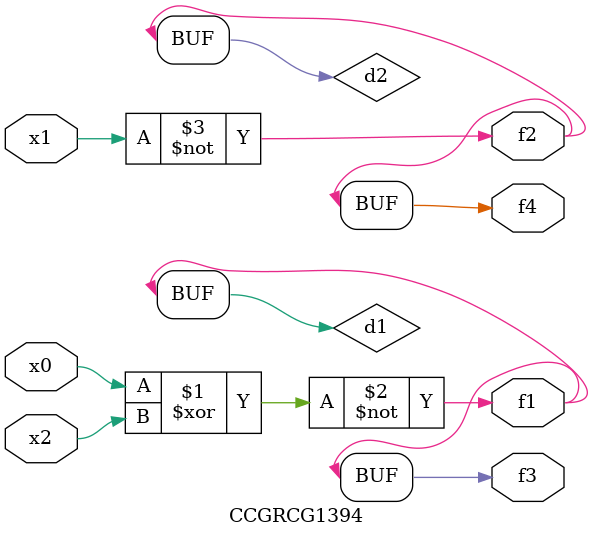
<source format=v>
module CCGRCG1394(
	input x0, x1, x2,
	output f1, f2, f3, f4
);

	wire d1, d2, d3;

	xnor (d1, x0, x2);
	nand (d2, x1);
	nor (d3, x1, x2);
	assign f1 = d1;
	assign f2 = d2;
	assign f3 = d1;
	assign f4 = d2;
endmodule

</source>
